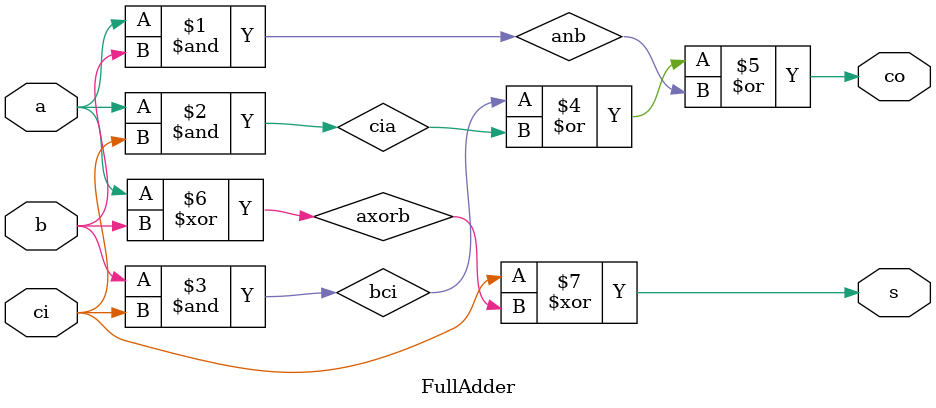
<source format=v>
`timescale 1ns / 1ps


module FullAdder(input a, input b, input ci, output s, output co );
    // co
    wire  anb, cia, bci;
    and(anb, a, b);
    and(cia, a , ci);
    and(bci, b, ci);
    or(co, bci, cia, anb);
    
//    // s
    wire axorb;
    xor(axorb, a, b);
    xor(s, ci, axorb);
     
endmodule

</source>
